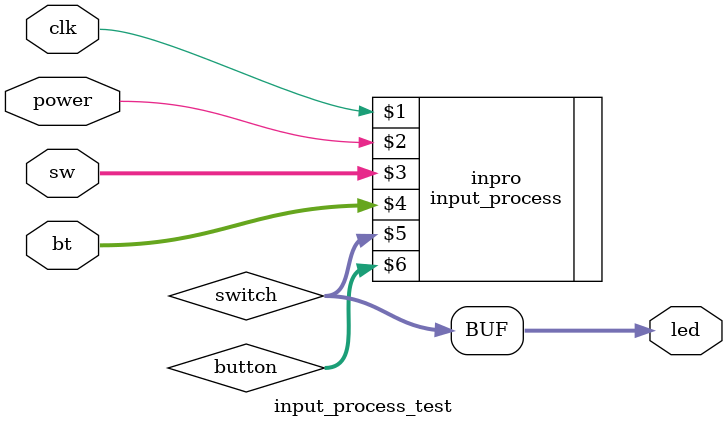
<source format=v>
module input_process_test(
	input clk,
	input power,
	input[23:0] sw,
	input[7:0] bt,
	output reg[23:0] led
);

wire[23:0] switch;
wire[15:0] button;
input_process inpro(clk, power, sw, bt, switch, button);

always @(switch) begin
	led = switch;
end


endmodule
</source>
